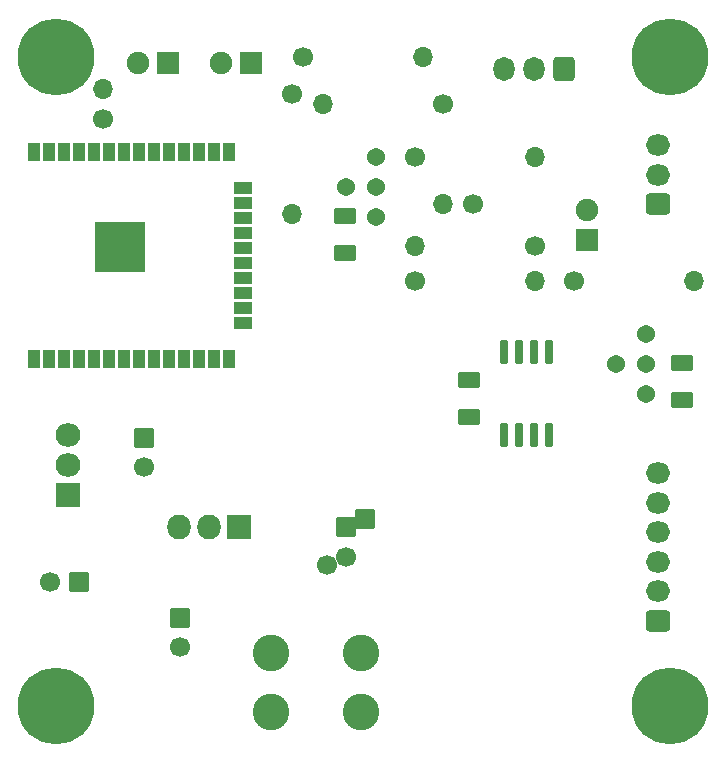
<source format=gbr>
%TF.GenerationSoftware,KiCad,Pcbnew,7.0.8*%
%TF.CreationDate,2023-11-05T22:27:44-08:00*%
%TF.ProjectId,Water Meter Analog - R1,57617465-7220-44d6-9574-657220416e61,rev?*%
%TF.SameCoordinates,Original*%
%TF.FileFunction,Soldermask,Bot*%
%TF.FilePolarity,Negative*%
%FSLAX46Y46*%
G04 Gerber Fmt 4.6, Leading zero omitted, Abs format (unit mm)*
G04 Created by KiCad (PCBNEW 7.0.8) date 2023-11-05 22:27:44*
%MOMM*%
%LPD*%
G01*
G04 APERTURE LIST*
G04 Aperture macros list*
%AMRoundRect*
0 Rectangle with rounded corners*
0 $1 Rounding radius*
0 $2 $3 $4 $5 $6 $7 $8 $9 X,Y pos of 4 corners*
0 Add a 4 corners polygon primitive as box body*
4,1,4,$2,$3,$4,$5,$6,$7,$8,$9,$2,$3,0*
0 Add four circle primitives for the rounded corners*
1,1,$1+$1,$2,$3*
1,1,$1+$1,$4,$5*
1,1,$1+$1,$6,$7*
1,1,$1+$1,$8,$9*
0 Add four rect primitives between the rounded corners*
20,1,$1+$1,$2,$3,$4,$5,0*
20,1,$1+$1,$4,$5,$6,$7,0*
20,1,$1+$1,$6,$7,$8,$9,0*
20,1,$1+$1,$8,$9,$2,$3,0*%
G04 Aperture macros list end*
%ADD10RoundRect,0.300000X0.650000X-0.412500X0.650000X0.412500X-0.650000X0.412500X-0.650000X-0.412500X0*%
%ADD11RoundRect,0.300000X-0.650000X0.412500X-0.650000X-0.412500X0.650000X-0.412500X0.650000X0.412500X0*%
%ADD12RoundRect,0.050000X-0.450000X0.750000X-0.450000X-0.750000X0.450000X-0.750000X0.450000X0.750000X0*%
%ADD13RoundRect,0.050000X0.750000X0.450000X-0.750000X0.450000X-0.750000X-0.450000X0.750000X-0.450000X0*%
%ADD14RoundRect,0.050000X-2.100000X2.100000X-2.100000X-2.100000X2.100000X-2.100000X2.100000X2.100000X0*%
%ADD15C,1.700000*%
%ADD16O,1.700000X1.700000*%
%ADD17RoundRect,0.200000X-0.150000X0.800000X-0.150000X-0.800000X0.150000X-0.800000X0.150000X0.800000X0*%
%ADD18C,1.540000*%
%ADD19RoundRect,0.050000X0.900000X-0.900000X0.900000X0.900000X-0.900000X0.900000X-0.900000X-0.900000X0*%
%ADD20C,1.900000*%
%ADD21RoundRect,0.050000X0.800000X0.800000X-0.800000X0.800000X-0.800000X-0.800000X0.800000X-0.800000X0*%
%ADD22RoundRect,0.050000X-0.800000X0.800000X-0.800000X-0.800000X0.800000X-0.800000X0.800000X0.800000X0*%
%ADD23RoundRect,0.300000X0.600000X0.725000X-0.600000X0.725000X-0.600000X-0.725000X0.600000X-0.725000X0*%
%ADD24O,1.800000X2.050000*%
%ADD25RoundRect,0.300000X0.725000X-0.600000X0.725000X0.600000X-0.725000X0.600000X-0.725000X-0.600000X0*%
%ADD26O,2.050000X1.800000*%
%ADD27O,2.005000X2.100000*%
%ADD28RoundRect,0.050000X0.952500X1.000000X-0.952500X1.000000X-0.952500X-1.000000X0.952500X-1.000000X0*%
%ADD29C,0.900000*%
%ADD30C,6.500000*%
%ADD31RoundRect,0.050000X0.900000X0.900000X-0.900000X0.900000X-0.900000X-0.900000X0.900000X-0.900000X0*%
%ADD32C,3.100000*%
%ADD33RoundRect,0.050000X1.000000X-0.952500X1.000000X0.952500X-1.000000X0.952500X-1.000000X-0.952500X0*%
%ADD34O,2.100000X2.005000*%
G04 APERTURE END LIST*
D10*
%TO.C,C7*%
X57000000Y63937500D03*
X57000000Y67062500D03*
%TD*%
D11*
%TO.C,C6*%
X39000000Y65625000D03*
X39000000Y62500000D03*
%TD*%
D10*
%TO.C,C3*%
X28500000Y76375000D03*
X28500000Y79500000D03*
%TD*%
D12*
%TO.C,U4*%
X2135000Y84930000D03*
X3405000Y84930000D03*
X4675000Y84930000D03*
X5945000Y84930000D03*
X7215000Y84930000D03*
X8485000Y84930000D03*
X9755000Y84930000D03*
X11025000Y84930000D03*
X12295000Y84930000D03*
X13565000Y84930000D03*
X14835000Y84930000D03*
X16105000Y84930000D03*
X17375000Y84930000D03*
X18645000Y84930000D03*
D13*
X19895000Y81890000D03*
X19895000Y80620000D03*
X19895000Y79350000D03*
X19895000Y78080000D03*
X19895000Y76810000D03*
X19895000Y75540000D03*
X19895000Y74270000D03*
X19895000Y73000000D03*
X19895000Y71730000D03*
X19895000Y70460000D03*
D12*
X18645000Y67430000D03*
X17375000Y67430000D03*
X16105000Y67430000D03*
X14835000Y67430000D03*
X13565000Y67430000D03*
X12295000Y67430000D03*
X11025000Y67430000D03*
X9755000Y67430000D03*
X8485000Y67430000D03*
X7215000Y67430000D03*
X5945000Y67430000D03*
X4675000Y67430000D03*
X3405000Y67430000D03*
X2135000Y67430000D03*
D14*
X9475000Y76860000D03*
%TD*%
D15*
%TO.C,R9*%
X39370000Y80500000D03*
D16*
X36830000Y80500000D03*
%TD*%
D17*
%TO.C,U2*%
X41960000Y61000000D03*
X43230000Y61000000D03*
X44500000Y61000000D03*
X45770000Y61000000D03*
X45770000Y68000000D03*
X44500000Y68000000D03*
X43230000Y68000000D03*
X41960000Y68000000D03*
%TD*%
D18*
%TO.C,RV2*%
X54000000Y64460000D03*
X54000000Y67000000D03*
X51460000Y67000000D03*
X54000000Y69540000D03*
%TD*%
D15*
%TO.C,R8*%
X47920000Y74000000D03*
D16*
X58080000Y74000000D03*
%TD*%
D15*
%TO.C,R7*%
X34420000Y74000000D03*
D16*
X44580000Y74000000D03*
%TD*%
D15*
%TO.C,R6*%
X44580000Y77000000D03*
D16*
X34420000Y77000000D03*
%TD*%
D19*
%TO.C,D3*%
X49000000Y77460000D03*
D20*
X49000000Y80000000D03*
%TD*%
D21*
%TO.C,C5*%
X6000000Y48500000D03*
D15*
X3500000Y48500000D03*
%TD*%
D22*
%TO.C,C2*%
X14500000Y45500000D03*
D15*
X14500000Y43000000D03*
%TD*%
%TO.C,R5*%
X36830000Y89000000D03*
D16*
X26670000Y89000000D03*
%TD*%
D15*
%TO.C,R4*%
X34420000Y84500000D03*
D16*
X44580000Y84500000D03*
%TD*%
D15*
%TO.C,R2*%
X24000000Y89830000D03*
D16*
X24000000Y79670000D03*
%TD*%
D15*
%TO.C,R1*%
X24920000Y93000000D03*
D16*
X35080000Y93000000D03*
%TD*%
%TO.C,R3*%
X8000000Y90290000D03*
D15*
X8000000Y87750000D03*
%TD*%
D23*
%TO.C,J4*%
X47000000Y92000000D03*
D24*
X44500000Y92000000D03*
X42000000Y92000000D03*
%TD*%
D25*
%TO.C,J1*%
X55000000Y45250000D03*
D26*
X55000000Y47750000D03*
X55000000Y50250000D03*
X55000000Y52750000D03*
X55000000Y55250000D03*
X55000000Y57750000D03*
%TD*%
D27*
%TO.C,U1*%
X14460000Y53195000D03*
X17000000Y53195000D03*
D28*
X19540000Y53195000D03*
%TD*%
D18*
%TO.C,RV1*%
X31125000Y79450000D03*
X31125000Y81990000D03*
X28585000Y81990000D03*
X31125000Y84530000D03*
%TD*%
D25*
%TO.C,J2*%
X55000000Y80500000D03*
D26*
X55000000Y83000000D03*
X55000000Y85500000D03*
%TD*%
D22*
%TO.C,C4*%
X28600000Y53170937D03*
X30200000Y53841874D03*
D15*
X28600000Y50670937D03*
X27000000Y50000000D03*
%TD*%
D29*
%TO.C,H4*%
X53600000Y93000000D03*
X54302944Y94697056D03*
X54302944Y91302944D03*
X56000000Y95400000D03*
D30*
X56000000Y93000000D03*
D29*
X56000000Y90600000D03*
X57697056Y94697056D03*
X57697056Y91302944D03*
X58400000Y93000000D03*
%TD*%
%TO.C,H3*%
X53600000Y38000000D03*
X54302944Y39697056D03*
X54302944Y36302944D03*
X56000000Y40400000D03*
D30*
X56000000Y38000000D03*
D29*
X56000000Y35600000D03*
X57697056Y39697056D03*
X57697056Y36302944D03*
X58400000Y38000000D03*
%TD*%
%TO.C,H2*%
X1600000Y93000000D03*
X2302944Y94697056D03*
X2302944Y91302944D03*
X4000000Y95400000D03*
D30*
X4000000Y93000000D03*
D29*
X4000000Y90600000D03*
X5697056Y94697056D03*
X5697056Y91302944D03*
X6400000Y93000000D03*
%TD*%
%TO.C,H1*%
X6400000Y38000000D03*
X5697056Y36302944D03*
X5697056Y39697056D03*
X4000000Y35600000D03*
D30*
X4000000Y38000000D03*
D29*
X4000000Y40400000D03*
X2302944Y36302944D03*
X2302944Y39697056D03*
X1600000Y38000000D03*
%TD*%
D22*
%TO.C,C1*%
X11500000Y60750000D03*
D15*
X11500000Y58250000D03*
%TD*%
D31*
%TO.C,D2*%
X20540000Y92500000D03*
D20*
X18000000Y92500000D03*
%TD*%
D31*
%TO.C,D1*%
X13540000Y92500000D03*
D20*
X11000000Y92500000D03*
%TD*%
D32*
%TO.C,J3*%
X29810000Y42500000D03*
X29810000Y37500000D03*
X22190000Y42500000D03*
X22190000Y37500000D03*
%TD*%
D33*
%TO.C,U5*%
X5080000Y55880000D03*
D34*
X5080000Y58420000D03*
X5080000Y60960000D03*
%TD*%
M02*

</source>
